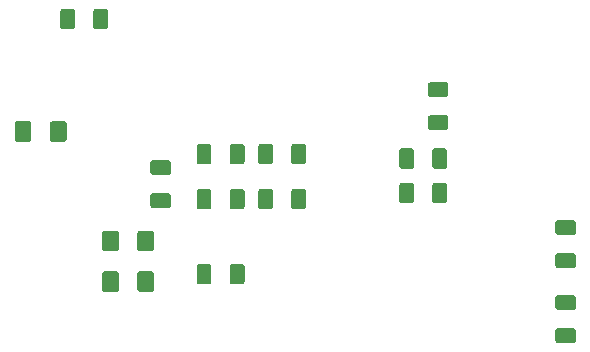
<source format=gbr>
G04 #@! TF.GenerationSoftware,KiCad,Pcbnew,5.1.4-e60b266~84~ubuntu18.04.1*
G04 #@! TF.CreationDate,2019-10-02T13:36:21-06:00*
G04 #@! TF.ProjectId,Star Tracker,53746172-2054-4726-9163-6b65722e6b69,rev?*
G04 #@! TF.SameCoordinates,Original*
G04 #@! TF.FileFunction,Paste,Bot*
G04 #@! TF.FilePolarity,Positive*
%FSLAX46Y46*%
G04 Gerber Fmt 4.6, Leading zero omitted, Abs format (unit mm)*
G04 Created by KiCad (PCBNEW 5.1.4-e60b266~84~ubuntu18.04.1) date 2019-10-02 13:36:21*
%MOMM*%
%LPD*%
G04 APERTURE LIST*
%ADD10C,0.100000*%
%ADD11C,1.250000*%
%ADD12C,1.425000*%
G04 APERTURE END LIST*
D10*
G36*
X143401504Y-77358204D02*
G01*
X143425773Y-77361804D01*
X143449571Y-77367765D01*
X143472671Y-77376030D01*
X143494849Y-77386520D01*
X143515893Y-77399133D01*
X143535598Y-77413747D01*
X143553777Y-77430223D01*
X143570253Y-77448402D01*
X143584867Y-77468107D01*
X143597480Y-77489151D01*
X143607970Y-77511329D01*
X143616235Y-77534429D01*
X143622196Y-77558227D01*
X143625796Y-77582496D01*
X143627000Y-77607000D01*
X143627000Y-78857000D01*
X143625796Y-78881504D01*
X143622196Y-78905773D01*
X143616235Y-78929571D01*
X143607970Y-78952671D01*
X143597480Y-78974849D01*
X143584867Y-78995893D01*
X143570253Y-79015598D01*
X143553777Y-79033777D01*
X143535598Y-79050253D01*
X143515893Y-79064867D01*
X143494849Y-79077480D01*
X143472671Y-79087970D01*
X143449571Y-79096235D01*
X143425773Y-79102196D01*
X143401504Y-79105796D01*
X143377000Y-79107000D01*
X142627000Y-79107000D01*
X142602496Y-79105796D01*
X142578227Y-79102196D01*
X142554429Y-79096235D01*
X142531329Y-79087970D01*
X142509151Y-79077480D01*
X142488107Y-79064867D01*
X142468402Y-79050253D01*
X142450223Y-79033777D01*
X142433747Y-79015598D01*
X142419133Y-78995893D01*
X142406520Y-78974849D01*
X142396030Y-78952671D01*
X142387765Y-78929571D01*
X142381804Y-78905773D01*
X142378204Y-78881504D01*
X142377000Y-78857000D01*
X142377000Y-77607000D01*
X142378204Y-77582496D01*
X142381804Y-77558227D01*
X142387765Y-77534429D01*
X142396030Y-77511329D01*
X142406520Y-77489151D01*
X142419133Y-77468107D01*
X142433747Y-77448402D01*
X142450223Y-77430223D01*
X142468402Y-77413747D01*
X142488107Y-77399133D01*
X142509151Y-77386520D01*
X142531329Y-77376030D01*
X142554429Y-77367765D01*
X142578227Y-77361804D01*
X142602496Y-77358204D01*
X142627000Y-77357000D01*
X143377000Y-77357000D01*
X143401504Y-77358204D01*
X143401504Y-77358204D01*
G37*
D11*
X143002000Y-78232000D03*
D10*
G36*
X140601504Y-77358204D02*
G01*
X140625773Y-77361804D01*
X140649571Y-77367765D01*
X140672671Y-77376030D01*
X140694849Y-77386520D01*
X140715893Y-77399133D01*
X140735598Y-77413747D01*
X140753777Y-77430223D01*
X140770253Y-77448402D01*
X140784867Y-77468107D01*
X140797480Y-77489151D01*
X140807970Y-77511329D01*
X140816235Y-77534429D01*
X140822196Y-77558227D01*
X140825796Y-77582496D01*
X140827000Y-77607000D01*
X140827000Y-78857000D01*
X140825796Y-78881504D01*
X140822196Y-78905773D01*
X140816235Y-78929571D01*
X140807970Y-78952671D01*
X140797480Y-78974849D01*
X140784867Y-78995893D01*
X140770253Y-79015598D01*
X140753777Y-79033777D01*
X140735598Y-79050253D01*
X140715893Y-79064867D01*
X140694849Y-79077480D01*
X140672671Y-79087970D01*
X140649571Y-79096235D01*
X140625773Y-79102196D01*
X140601504Y-79105796D01*
X140577000Y-79107000D01*
X139827000Y-79107000D01*
X139802496Y-79105796D01*
X139778227Y-79102196D01*
X139754429Y-79096235D01*
X139731329Y-79087970D01*
X139709151Y-79077480D01*
X139688107Y-79064867D01*
X139668402Y-79050253D01*
X139650223Y-79033777D01*
X139633747Y-79015598D01*
X139619133Y-78995893D01*
X139606520Y-78974849D01*
X139596030Y-78952671D01*
X139587765Y-78929571D01*
X139581804Y-78905773D01*
X139578204Y-78881504D01*
X139577000Y-78857000D01*
X139577000Y-77607000D01*
X139578204Y-77582496D01*
X139581804Y-77558227D01*
X139587765Y-77534429D01*
X139596030Y-77511329D01*
X139606520Y-77489151D01*
X139619133Y-77468107D01*
X139633747Y-77448402D01*
X139650223Y-77430223D01*
X139668402Y-77413747D01*
X139688107Y-77399133D01*
X139709151Y-77386520D01*
X139731329Y-77376030D01*
X139754429Y-77367765D01*
X139778227Y-77361804D01*
X139802496Y-77358204D01*
X139827000Y-77357000D01*
X140577000Y-77357000D01*
X140601504Y-77358204D01*
X140601504Y-77358204D01*
G37*
D11*
X140202000Y-78232000D03*
D10*
G36*
X128669504Y-77866204D02*
G01*
X128693773Y-77869804D01*
X128717571Y-77875765D01*
X128740671Y-77884030D01*
X128762849Y-77894520D01*
X128783893Y-77907133D01*
X128803598Y-77921747D01*
X128821777Y-77938223D01*
X128838253Y-77956402D01*
X128852867Y-77976107D01*
X128865480Y-77997151D01*
X128875970Y-78019329D01*
X128884235Y-78042429D01*
X128890196Y-78066227D01*
X128893796Y-78090496D01*
X128895000Y-78115000D01*
X128895000Y-79365000D01*
X128893796Y-79389504D01*
X128890196Y-79413773D01*
X128884235Y-79437571D01*
X128875970Y-79460671D01*
X128865480Y-79482849D01*
X128852867Y-79503893D01*
X128838253Y-79523598D01*
X128821777Y-79541777D01*
X128803598Y-79558253D01*
X128783893Y-79572867D01*
X128762849Y-79585480D01*
X128740671Y-79595970D01*
X128717571Y-79604235D01*
X128693773Y-79610196D01*
X128669504Y-79613796D01*
X128645000Y-79615000D01*
X127895000Y-79615000D01*
X127870496Y-79613796D01*
X127846227Y-79610196D01*
X127822429Y-79604235D01*
X127799329Y-79595970D01*
X127777151Y-79585480D01*
X127756107Y-79572867D01*
X127736402Y-79558253D01*
X127718223Y-79541777D01*
X127701747Y-79523598D01*
X127687133Y-79503893D01*
X127674520Y-79482849D01*
X127664030Y-79460671D01*
X127655765Y-79437571D01*
X127649804Y-79413773D01*
X127646204Y-79389504D01*
X127645000Y-79365000D01*
X127645000Y-78115000D01*
X127646204Y-78090496D01*
X127649804Y-78066227D01*
X127655765Y-78042429D01*
X127664030Y-78019329D01*
X127674520Y-77997151D01*
X127687133Y-77976107D01*
X127701747Y-77956402D01*
X127718223Y-77938223D01*
X127736402Y-77921747D01*
X127756107Y-77907133D01*
X127777151Y-77894520D01*
X127799329Y-77884030D01*
X127822429Y-77875765D01*
X127846227Y-77869804D01*
X127870496Y-77866204D01*
X127895000Y-77865000D01*
X128645000Y-77865000D01*
X128669504Y-77866204D01*
X128669504Y-77866204D01*
G37*
D11*
X128270000Y-78740000D03*
D10*
G36*
X131469504Y-77866204D02*
G01*
X131493773Y-77869804D01*
X131517571Y-77875765D01*
X131540671Y-77884030D01*
X131562849Y-77894520D01*
X131583893Y-77907133D01*
X131603598Y-77921747D01*
X131621777Y-77938223D01*
X131638253Y-77956402D01*
X131652867Y-77976107D01*
X131665480Y-77997151D01*
X131675970Y-78019329D01*
X131684235Y-78042429D01*
X131690196Y-78066227D01*
X131693796Y-78090496D01*
X131695000Y-78115000D01*
X131695000Y-79365000D01*
X131693796Y-79389504D01*
X131690196Y-79413773D01*
X131684235Y-79437571D01*
X131675970Y-79460671D01*
X131665480Y-79482849D01*
X131652867Y-79503893D01*
X131638253Y-79523598D01*
X131621777Y-79541777D01*
X131603598Y-79558253D01*
X131583893Y-79572867D01*
X131562849Y-79585480D01*
X131540671Y-79595970D01*
X131517571Y-79604235D01*
X131493773Y-79610196D01*
X131469504Y-79613796D01*
X131445000Y-79615000D01*
X130695000Y-79615000D01*
X130670496Y-79613796D01*
X130646227Y-79610196D01*
X130622429Y-79604235D01*
X130599329Y-79595970D01*
X130577151Y-79585480D01*
X130556107Y-79572867D01*
X130536402Y-79558253D01*
X130518223Y-79541777D01*
X130501747Y-79523598D01*
X130487133Y-79503893D01*
X130474520Y-79482849D01*
X130464030Y-79460671D01*
X130455765Y-79437571D01*
X130449804Y-79413773D01*
X130446204Y-79389504D01*
X130445000Y-79365000D01*
X130445000Y-78115000D01*
X130446204Y-78090496D01*
X130449804Y-78066227D01*
X130455765Y-78042429D01*
X130464030Y-78019329D01*
X130474520Y-77997151D01*
X130487133Y-77976107D01*
X130501747Y-77956402D01*
X130518223Y-77938223D01*
X130536402Y-77921747D01*
X130556107Y-77907133D01*
X130577151Y-77894520D01*
X130599329Y-77884030D01*
X130622429Y-77875765D01*
X130646227Y-77869804D01*
X130670496Y-77866204D01*
X130695000Y-77865000D01*
X131445000Y-77865000D01*
X131469504Y-77866204D01*
X131469504Y-77866204D01*
G37*
D11*
X131070000Y-78740000D03*
D10*
G36*
X123459504Y-77866204D02*
G01*
X123483773Y-77869804D01*
X123507571Y-77875765D01*
X123530671Y-77884030D01*
X123552849Y-77894520D01*
X123573893Y-77907133D01*
X123593598Y-77921747D01*
X123611777Y-77938223D01*
X123628253Y-77956402D01*
X123642867Y-77976107D01*
X123655480Y-77997151D01*
X123665970Y-78019329D01*
X123674235Y-78042429D01*
X123680196Y-78066227D01*
X123683796Y-78090496D01*
X123685000Y-78115000D01*
X123685000Y-79365000D01*
X123683796Y-79389504D01*
X123680196Y-79413773D01*
X123674235Y-79437571D01*
X123665970Y-79460671D01*
X123655480Y-79482849D01*
X123642867Y-79503893D01*
X123628253Y-79523598D01*
X123611777Y-79541777D01*
X123593598Y-79558253D01*
X123573893Y-79572867D01*
X123552849Y-79585480D01*
X123530671Y-79595970D01*
X123507571Y-79604235D01*
X123483773Y-79610196D01*
X123459504Y-79613796D01*
X123435000Y-79615000D01*
X122685000Y-79615000D01*
X122660496Y-79613796D01*
X122636227Y-79610196D01*
X122612429Y-79604235D01*
X122589329Y-79595970D01*
X122567151Y-79585480D01*
X122546107Y-79572867D01*
X122526402Y-79558253D01*
X122508223Y-79541777D01*
X122491747Y-79523598D01*
X122477133Y-79503893D01*
X122464520Y-79482849D01*
X122454030Y-79460671D01*
X122445765Y-79437571D01*
X122439804Y-79413773D01*
X122436204Y-79389504D01*
X122435000Y-79365000D01*
X122435000Y-78115000D01*
X122436204Y-78090496D01*
X122439804Y-78066227D01*
X122445765Y-78042429D01*
X122454030Y-78019329D01*
X122464520Y-77997151D01*
X122477133Y-77976107D01*
X122491747Y-77956402D01*
X122508223Y-77938223D01*
X122526402Y-77921747D01*
X122546107Y-77907133D01*
X122567151Y-77894520D01*
X122589329Y-77884030D01*
X122612429Y-77875765D01*
X122636227Y-77869804D01*
X122660496Y-77866204D01*
X122685000Y-77865000D01*
X123435000Y-77865000D01*
X123459504Y-77866204D01*
X123459504Y-77866204D01*
G37*
D11*
X123060000Y-78740000D03*
D10*
G36*
X126259504Y-77866204D02*
G01*
X126283773Y-77869804D01*
X126307571Y-77875765D01*
X126330671Y-77884030D01*
X126352849Y-77894520D01*
X126373893Y-77907133D01*
X126393598Y-77921747D01*
X126411777Y-77938223D01*
X126428253Y-77956402D01*
X126442867Y-77976107D01*
X126455480Y-77997151D01*
X126465970Y-78019329D01*
X126474235Y-78042429D01*
X126480196Y-78066227D01*
X126483796Y-78090496D01*
X126485000Y-78115000D01*
X126485000Y-79365000D01*
X126483796Y-79389504D01*
X126480196Y-79413773D01*
X126474235Y-79437571D01*
X126465970Y-79460671D01*
X126455480Y-79482849D01*
X126442867Y-79503893D01*
X126428253Y-79523598D01*
X126411777Y-79541777D01*
X126393598Y-79558253D01*
X126373893Y-79572867D01*
X126352849Y-79585480D01*
X126330671Y-79595970D01*
X126307571Y-79604235D01*
X126283773Y-79610196D01*
X126259504Y-79613796D01*
X126235000Y-79615000D01*
X125485000Y-79615000D01*
X125460496Y-79613796D01*
X125436227Y-79610196D01*
X125412429Y-79604235D01*
X125389329Y-79595970D01*
X125367151Y-79585480D01*
X125346107Y-79572867D01*
X125326402Y-79558253D01*
X125308223Y-79541777D01*
X125291747Y-79523598D01*
X125277133Y-79503893D01*
X125264520Y-79482849D01*
X125254030Y-79460671D01*
X125245765Y-79437571D01*
X125239804Y-79413773D01*
X125236204Y-79389504D01*
X125235000Y-79365000D01*
X125235000Y-78115000D01*
X125236204Y-78090496D01*
X125239804Y-78066227D01*
X125245765Y-78042429D01*
X125254030Y-78019329D01*
X125264520Y-77997151D01*
X125277133Y-77976107D01*
X125291747Y-77956402D01*
X125308223Y-77938223D01*
X125326402Y-77921747D01*
X125346107Y-77907133D01*
X125367151Y-77894520D01*
X125389329Y-77884030D01*
X125412429Y-77875765D01*
X125436227Y-77869804D01*
X125460496Y-77866204D01*
X125485000Y-77865000D01*
X126235000Y-77865000D01*
X126259504Y-77866204D01*
X126259504Y-77866204D01*
G37*
D11*
X125860000Y-78740000D03*
D10*
G36*
X123459504Y-84216204D02*
G01*
X123483773Y-84219804D01*
X123507571Y-84225765D01*
X123530671Y-84234030D01*
X123552849Y-84244520D01*
X123573893Y-84257133D01*
X123593598Y-84271747D01*
X123611777Y-84288223D01*
X123628253Y-84306402D01*
X123642867Y-84326107D01*
X123655480Y-84347151D01*
X123665970Y-84369329D01*
X123674235Y-84392429D01*
X123680196Y-84416227D01*
X123683796Y-84440496D01*
X123685000Y-84465000D01*
X123685000Y-85715000D01*
X123683796Y-85739504D01*
X123680196Y-85763773D01*
X123674235Y-85787571D01*
X123665970Y-85810671D01*
X123655480Y-85832849D01*
X123642867Y-85853893D01*
X123628253Y-85873598D01*
X123611777Y-85891777D01*
X123593598Y-85908253D01*
X123573893Y-85922867D01*
X123552849Y-85935480D01*
X123530671Y-85945970D01*
X123507571Y-85954235D01*
X123483773Y-85960196D01*
X123459504Y-85963796D01*
X123435000Y-85965000D01*
X122685000Y-85965000D01*
X122660496Y-85963796D01*
X122636227Y-85960196D01*
X122612429Y-85954235D01*
X122589329Y-85945970D01*
X122567151Y-85935480D01*
X122546107Y-85922867D01*
X122526402Y-85908253D01*
X122508223Y-85891777D01*
X122491747Y-85873598D01*
X122477133Y-85853893D01*
X122464520Y-85832849D01*
X122454030Y-85810671D01*
X122445765Y-85787571D01*
X122439804Y-85763773D01*
X122436204Y-85739504D01*
X122435000Y-85715000D01*
X122435000Y-84465000D01*
X122436204Y-84440496D01*
X122439804Y-84416227D01*
X122445765Y-84392429D01*
X122454030Y-84369329D01*
X122464520Y-84347151D01*
X122477133Y-84326107D01*
X122491747Y-84306402D01*
X122508223Y-84288223D01*
X122526402Y-84271747D01*
X122546107Y-84257133D01*
X122567151Y-84244520D01*
X122589329Y-84234030D01*
X122612429Y-84225765D01*
X122636227Y-84219804D01*
X122660496Y-84216204D01*
X122685000Y-84215000D01*
X123435000Y-84215000D01*
X123459504Y-84216204D01*
X123459504Y-84216204D01*
G37*
D11*
X123060000Y-85090000D03*
D10*
G36*
X126259504Y-84216204D02*
G01*
X126283773Y-84219804D01*
X126307571Y-84225765D01*
X126330671Y-84234030D01*
X126352849Y-84244520D01*
X126373893Y-84257133D01*
X126393598Y-84271747D01*
X126411777Y-84288223D01*
X126428253Y-84306402D01*
X126442867Y-84326107D01*
X126455480Y-84347151D01*
X126465970Y-84369329D01*
X126474235Y-84392429D01*
X126480196Y-84416227D01*
X126483796Y-84440496D01*
X126485000Y-84465000D01*
X126485000Y-85715000D01*
X126483796Y-85739504D01*
X126480196Y-85763773D01*
X126474235Y-85787571D01*
X126465970Y-85810671D01*
X126455480Y-85832849D01*
X126442867Y-85853893D01*
X126428253Y-85873598D01*
X126411777Y-85891777D01*
X126393598Y-85908253D01*
X126373893Y-85922867D01*
X126352849Y-85935480D01*
X126330671Y-85945970D01*
X126307571Y-85954235D01*
X126283773Y-85960196D01*
X126259504Y-85963796D01*
X126235000Y-85965000D01*
X125485000Y-85965000D01*
X125460496Y-85963796D01*
X125436227Y-85960196D01*
X125412429Y-85954235D01*
X125389329Y-85945970D01*
X125367151Y-85935480D01*
X125346107Y-85922867D01*
X125326402Y-85908253D01*
X125308223Y-85891777D01*
X125291747Y-85873598D01*
X125277133Y-85853893D01*
X125264520Y-85832849D01*
X125254030Y-85810671D01*
X125245765Y-85787571D01*
X125239804Y-85763773D01*
X125236204Y-85739504D01*
X125235000Y-85715000D01*
X125235000Y-84465000D01*
X125236204Y-84440496D01*
X125239804Y-84416227D01*
X125245765Y-84392429D01*
X125254030Y-84369329D01*
X125264520Y-84347151D01*
X125277133Y-84326107D01*
X125291747Y-84306402D01*
X125308223Y-84288223D01*
X125326402Y-84271747D01*
X125346107Y-84257133D01*
X125367151Y-84244520D01*
X125389329Y-84234030D01*
X125412429Y-84225765D01*
X125436227Y-84219804D01*
X125460496Y-84216204D01*
X125485000Y-84215000D01*
X126235000Y-84215000D01*
X126259504Y-84216204D01*
X126259504Y-84216204D01*
G37*
D11*
X125860000Y-85090000D03*
D10*
G36*
X123459504Y-74056204D02*
G01*
X123483773Y-74059804D01*
X123507571Y-74065765D01*
X123530671Y-74074030D01*
X123552849Y-74084520D01*
X123573893Y-74097133D01*
X123593598Y-74111747D01*
X123611777Y-74128223D01*
X123628253Y-74146402D01*
X123642867Y-74166107D01*
X123655480Y-74187151D01*
X123665970Y-74209329D01*
X123674235Y-74232429D01*
X123680196Y-74256227D01*
X123683796Y-74280496D01*
X123685000Y-74305000D01*
X123685000Y-75555000D01*
X123683796Y-75579504D01*
X123680196Y-75603773D01*
X123674235Y-75627571D01*
X123665970Y-75650671D01*
X123655480Y-75672849D01*
X123642867Y-75693893D01*
X123628253Y-75713598D01*
X123611777Y-75731777D01*
X123593598Y-75748253D01*
X123573893Y-75762867D01*
X123552849Y-75775480D01*
X123530671Y-75785970D01*
X123507571Y-75794235D01*
X123483773Y-75800196D01*
X123459504Y-75803796D01*
X123435000Y-75805000D01*
X122685000Y-75805000D01*
X122660496Y-75803796D01*
X122636227Y-75800196D01*
X122612429Y-75794235D01*
X122589329Y-75785970D01*
X122567151Y-75775480D01*
X122546107Y-75762867D01*
X122526402Y-75748253D01*
X122508223Y-75731777D01*
X122491747Y-75713598D01*
X122477133Y-75693893D01*
X122464520Y-75672849D01*
X122454030Y-75650671D01*
X122445765Y-75627571D01*
X122439804Y-75603773D01*
X122436204Y-75579504D01*
X122435000Y-75555000D01*
X122435000Y-74305000D01*
X122436204Y-74280496D01*
X122439804Y-74256227D01*
X122445765Y-74232429D01*
X122454030Y-74209329D01*
X122464520Y-74187151D01*
X122477133Y-74166107D01*
X122491747Y-74146402D01*
X122508223Y-74128223D01*
X122526402Y-74111747D01*
X122546107Y-74097133D01*
X122567151Y-74084520D01*
X122589329Y-74074030D01*
X122612429Y-74065765D01*
X122636227Y-74059804D01*
X122660496Y-74056204D01*
X122685000Y-74055000D01*
X123435000Y-74055000D01*
X123459504Y-74056204D01*
X123459504Y-74056204D01*
G37*
D11*
X123060000Y-74930000D03*
D10*
G36*
X126259504Y-74056204D02*
G01*
X126283773Y-74059804D01*
X126307571Y-74065765D01*
X126330671Y-74074030D01*
X126352849Y-74084520D01*
X126373893Y-74097133D01*
X126393598Y-74111747D01*
X126411777Y-74128223D01*
X126428253Y-74146402D01*
X126442867Y-74166107D01*
X126455480Y-74187151D01*
X126465970Y-74209329D01*
X126474235Y-74232429D01*
X126480196Y-74256227D01*
X126483796Y-74280496D01*
X126485000Y-74305000D01*
X126485000Y-75555000D01*
X126483796Y-75579504D01*
X126480196Y-75603773D01*
X126474235Y-75627571D01*
X126465970Y-75650671D01*
X126455480Y-75672849D01*
X126442867Y-75693893D01*
X126428253Y-75713598D01*
X126411777Y-75731777D01*
X126393598Y-75748253D01*
X126373893Y-75762867D01*
X126352849Y-75775480D01*
X126330671Y-75785970D01*
X126307571Y-75794235D01*
X126283773Y-75800196D01*
X126259504Y-75803796D01*
X126235000Y-75805000D01*
X125485000Y-75805000D01*
X125460496Y-75803796D01*
X125436227Y-75800196D01*
X125412429Y-75794235D01*
X125389329Y-75785970D01*
X125367151Y-75775480D01*
X125346107Y-75762867D01*
X125326402Y-75748253D01*
X125308223Y-75731777D01*
X125291747Y-75713598D01*
X125277133Y-75693893D01*
X125264520Y-75672849D01*
X125254030Y-75650671D01*
X125245765Y-75627571D01*
X125239804Y-75603773D01*
X125236204Y-75579504D01*
X125235000Y-75555000D01*
X125235000Y-74305000D01*
X125236204Y-74280496D01*
X125239804Y-74256227D01*
X125245765Y-74232429D01*
X125254030Y-74209329D01*
X125264520Y-74187151D01*
X125277133Y-74166107D01*
X125291747Y-74146402D01*
X125308223Y-74128223D01*
X125326402Y-74111747D01*
X125346107Y-74097133D01*
X125367151Y-74084520D01*
X125389329Y-74074030D01*
X125412429Y-74065765D01*
X125436227Y-74059804D01*
X125460496Y-74056204D01*
X125485000Y-74055000D01*
X126235000Y-74055000D01*
X126259504Y-74056204D01*
X126259504Y-74056204D01*
G37*
D11*
X125860000Y-74930000D03*
D10*
G36*
X128669504Y-74056204D02*
G01*
X128693773Y-74059804D01*
X128717571Y-74065765D01*
X128740671Y-74074030D01*
X128762849Y-74084520D01*
X128783893Y-74097133D01*
X128803598Y-74111747D01*
X128821777Y-74128223D01*
X128838253Y-74146402D01*
X128852867Y-74166107D01*
X128865480Y-74187151D01*
X128875970Y-74209329D01*
X128884235Y-74232429D01*
X128890196Y-74256227D01*
X128893796Y-74280496D01*
X128895000Y-74305000D01*
X128895000Y-75555000D01*
X128893796Y-75579504D01*
X128890196Y-75603773D01*
X128884235Y-75627571D01*
X128875970Y-75650671D01*
X128865480Y-75672849D01*
X128852867Y-75693893D01*
X128838253Y-75713598D01*
X128821777Y-75731777D01*
X128803598Y-75748253D01*
X128783893Y-75762867D01*
X128762849Y-75775480D01*
X128740671Y-75785970D01*
X128717571Y-75794235D01*
X128693773Y-75800196D01*
X128669504Y-75803796D01*
X128645000Y-75805000D01*
X127895000Y-75805000D01*
X127870496Y-75803796D01*
X127846227Y-75800196D01*
X127822429Y-75794235D01*
X127799329Y-75785970D01*
X127777151Y-75775480D01*
X127756107Y-75762867D01*
X127736402Y-75748253D01*
X127718223Y-75731777D01*
X127701747Y-75713598D01*
X127687133Y-75693893D01*
X127674520Y-75672849D01*
X127664030Y-75650671D01*
X127655765Y-75627571D01*
X127649804Y-75603773D01*
X127646204Y-75579504D01*
X127645000Y-75555000D01*
X127645000Y-74305000D01*
X127646204Y-74280496D01*
X127649804Y-74256227D01*
X127655765Y-74232429D01*
X127664030Y-74209329D01*
X127674520Y-74187151D01*
X127687133Y-74166107D01*
X127701747Y-74146402D01*
X127718223Y-74128223D01*
X127736402Y-74111747D01*
X127756107Y-74097133D01*
X127777151Y-74084520D01*
X127799329Y-74074030D01*
X127822429Y-74065765D01*
X127846227Y-74059804D01*
X127870496Y-74056204D01*
X127895000Y-74055000D01*
X128645000Y-74055000D01*
X128669504Y-74056204D01*
X128669504Y-74056204D01*
G37*
D11*
X128270000Y-74930000D03*
D10*
G36*
X131469504Y-74056204D02*
G01*
X131493773Y-74059804D01*
X131517571Y-74065765D01*
X131540671Y-74074030D01*
X131562849Y-74084520D01*
X131583893Y-74097133D01*
X131603598Y-74111747D01*
X131621777Y-74128223D01*
X131638253Y-74146402D01*
X131652867Y-74166107D01*
X131665480Y-74187151D01*
X131675970Y-74209329D01*
X131684235Y-74232429D01*
X131690196Y-74256227D01*
X131693796Y-74280496D01*
X131695000Y-74305000D01*
X131695000Y-75555000D01*
X131693796Y-75579504D01*
X131690196Y-75603773D01*
X131684235Y-75627571D01*
X131675970Y-75650671D01*
X131665480Y-75672849D01*
X131652867Y-75693893D01*
X131638253Y-75713598D01*
X131621777Y-75731777D01*
X131603598Y-75748253D01*
X131583893Y-75762867D01*
X131562849Y-75775480D01*
X131540671Y-75785970D01*
X131517571Y-75794235D01*
X131493773Y-75800196D01*
X131469504Y-75803796D01*
X131445000Y-75805000D01*
X130695000Y-75805000D01*
X130670496Y-75803796D01*
X130646227Y-75800196D01*
X130622429Y-75794235D01*
X130599329Y-75785970D01*
X130577151Y-75775480D01*
X130556107Y-75762867D01*
X130536402Y-75748253D01*
X130518223Y-75731777D01*
X130501747Y-75713598D01*
X130487133Y-75693893D01*
X130474520Y-75672849D01*
X130464030Y-75650671D01*
X130455765Y-75627571D01*
X130449804Y-75603773D01*
X130446204Y-75579504D01*
X130445000Y-75555000D01*
X130445000Y-74305000D01*
X130446204Y-74280496D01*
X130449804Y-74256227D01*
X130455765Y-74232429D01*
X130464030Y-74209329D01*
X130474520Y-74187151D01*
X130487133Y-74166107D01*
X130501747Y-74146402D01*
X130518223Y-74128223D01*
X130536402Y-74111747D01*
X130556107Y-74097133D01*
X130577151Y-74084520D01*
X130599329Y-74074030D01*
X130622429Y-74065765D01*
X130646227Y-74059804D01*
X130670496Y-74056204D01*
X130695000Y-74055000D01*
X131445000Y-74055000D01*
X131469504Y-74056204D01*
X131469504Y-74056204D01*
G37*
D11*
X131070000Y-74930000D03*
D10*
G36*
X143524504Y-68842204D02*
G01*
X143548773Y-68845804D01*
X143572571Y-68851765D01*
X143595671Y-68860030D01*
X143617849Y-68870520D01*
X143638893Y-68883133D01*
X143658598Y-68897747D01*
X143676777Y-68914223D01*
X143693253Y-68932402D01*
X143707867Y-68952107D01*
X143720480Y-68973151D01*
X143730970Y-68995329D01*
X143739235Y-69018429D01*
X143745196Y-69042227D01*
X143748796Y-69066496D01*
X143750000Y-69091000D01*
X143750000Y-69841000D01*
X143748796Y-69865504D01*
X143745196Y-69889773D01*
X143739235Y-69913571D01*
X143730970Y-69936671D01*
X143720480Y-69958849D01*
X143707867Y-69979893D01*
X143693253Y-69999598D01*
X143676777Y-70017777D01*
X143658598Y-70034253D01*
X143638893Y-70048867D01*
X143617849Y-70061480D01*
X143595671Y-70071970D01*
X143572571Y-70080235D01*
X143548773Y-70086196D01*
X143524504Y-70089796D01*
X143500000Y-70091000D01*
X142250000Y-70091000D01*
X142225496Y-70089796D01*
X142201227Y-70086196D01*
X142177429Y-70080235D01*
X142154329Y-70071970D01*
X142132151Y-70061480D01*
X142111107Y-70048867D01*
X142091402Y-70034253D01*
X142073223Y-70017777D01*
X142056747Y-69999598D01*
X142042133Y-69979893D01*
X142029520Y-69958849D01*
X142019030Y-69936671D01*
X142010765Y-69913571D01*
X142004804Y-69889773D01*
X142001204Y-69865504D01*
X142000000Y-69841000D01*
X142000000Y-69091000D01*
X142001204Y-69066496D01*
X142004804Y-69042227D01*
X142010765Y-69018429D01*
X142019030Y-68995329D01*
X142029520Y-68973151D01*
X142042133Y-68952107D01*
X142056747Y-68932402D01*
X142073223Y-68914223D01*
X142091402Y-68897747D01*
X142111107Y-68883133D01*
X142132151Y-68870520D01*
X142154329Y-68860030D01*
X142177429Y-68851765D01*
X142201227Y-68845804D01*
X142225496Y-68842204D01*
X142250000Y-68841000D01*
X143500000Y-68841000D01*
X143524504Y-68842204D01*
X143524504Y-68842204D01*
G37*
D11*
X142875000Y-69466000D03*
D10*
G36*
X143524504Y-71642204D02*
G01*
X143548773Y-71645804D01*
X143572571Y-71651765D01*
X143595671Y-71660030D01*
X143617849Y-71670520D01*
X143638893Y-71683133D01*
X143658598Y-71697747D01*
X143676777Y-71714223D01*
X143693253Y-71732402D01*
X143707867Y-71752107D01*
X143720480Y-71773151D01*
X143730970Y-71795329D01*
X143739235Y-71818429D01*
X143745196Y-71842227D01*
X143748796Y-71866496D01*
X143750000Y-71891000D01*
X143750000Y-72641000D01*
X143748796Y-72665504D01*
X143745196Y-72689773D01*
X143739235Y-72713571D01*
X143730970Y-72736671D01*
X143720480Y-72758849D01*
X143707867Y-72779893D01*
X143693253Y-72799598D01*
X143676777Y-72817777D01*
X143658598Y-72834253D01*
X143638893Y-72848867D01*
X143617849Y-72861480D01*
X143595671Y-72871970D01*
X143572571Y-72880235D01*
X143548773Y-72886196D01*
X143524504Y-72889796D01*
X143500000Y-72891000D01*
X142250000Y-72891000D01*
X142225496Y-72889796D01*
X142201227Y-72886196D01*
X142177429Y-72880235D01*
X142154329Y-72871970D01*
X142132151Y-72861480D01*
X142111107Y-72848867D01*
X142091402Y-72834253D01*
X142073223Y-72817777D01*
X142056747Y-72799598D01*
X142042133Y-72779893D01*
X142029520Y-72758849D01*
X142019030Y-72736671D01*
X142010765Y-72713571D01*
X142004804Y-72689773D01*
X142001204Y-72665504D01*
X142000000Y-72641000D01*
X142000000Y-71891000D01*
X142001204Y-71866496D01*
X142004804Y-71842227D01*
X142010765Y-71818429D01*
X142019030Y-71795329D01*
X142029520Y-71773151D01*
X142042133Y-71752107D01*
X142056747Y-71732402D01*
X142073223Y-71714223D01*
X142091402Y-71697747D01*
X142111107Y-71683133D01*
X142132151Y-71670520D01*
X142154329Y-71660030D01*
X142177429Y-71651765D01*
X142201227Y-71645804D01*
X142225496Y-71642204D01*
X142250000Y-71641000D01*
X143500000Y-71641000D01*
X143524504Y-71642204D01*
X143524504Y-71642204D01*
G37*
D11*
X142875000Y-72266000D03*
D10*
G36*
X154319504Y-83326204D02*
G01*
X154343773Y-83329804D01*
X154367571Y-83335765D01*
X154390671Y-83344030D01*
X154412849Y-83354520D01*
X154433893Y-83367133D01*
X154453598Y-83381747D01*
X154471777Y-83398223D01*
X154488253Y-83416402D01*
X154502867Y-83436107D01*
X154515480Y-83457151D01*
X154525970Y-83479329D01*
X154534235Y-83502429D01*
X154540196Y-83526227D01*
X154543796Y-83550496D01*
X154545000Y-83575000D01*
X154545000Y-84325000D01*
X154543796Y-84349504D01*
X154540196Y-84373773D01*
X154534235Y-84397571D01*
X154525970Y-84420671D01*
X154515480Y-84442849D01*
X154502867Y-84463893D01*
X154488253Y-84483598D01*
X154471777Y-84501777D01*
X154453598Y-84518253D01*
X154433893Y-84532867D01*
X154412849Y-84545480D01*
X154390671Y-84555970D01*
X154367571Y-84564235D01*
X154343773Y-84570196D01*
X154319504Y-84573796D01*
X154295000Y-84575000D01*
X153045000Y-84575000D01*
X153020496Y-84573796D01*
X152996227Y-84570196D01*
X152972429Y-84564235D01*
X152949329Y-84555970D01*
X152927151Y-84545480D01*
X152906107Y-84532867D01*
X152886402Y-84518253D01*
X152868223Y-84501777D01*
X152851747Y-84483598D01*
X152837133Y-84463893D01*
X152824520Y-84442849D01*
X152814030Y-84420671D01*
X152805765Y-84397571D01*
X152799804Y-84373773D01*
X152796204Y-84349504D01*
X152795000Y-84325000D01*
X152795000Y-83575000D01*
X152796204Y-83550496D01*
X152799804Y-83526227D01*
X152805765Y-83502429D01*
X152814030Y-83479329D01*
X152824520Y-83457151D01*
X152837133Y-83436107D01*
X152851747Y-83416402D01*
X152868223Y-83398223D01*
X152886402Y-83381747D01*
X152906107Y-83367133D01*
X152927151Y-83354520D01*
X152949329Y-83344030D01*
X152972429Y-83335765D01*
X152996227Y-83329804D01*
X153020496Y-83326204D01*
X153045000Y-83325000D01*
X154295000Y-83325000D01*
X154319504Y-83326204D01*
X154319504Y-83326204D01*
G37*
D11*
X153670000Y-83950000D03*
D10*
G36*
X154319504Y-80526204D02*
G01*
X154343773Y-80529804D01*
X154367571Y-80535765D01*
X154390671Y-80544030D01*
X154412849Y-80554520D01*
X154433893Y-80567133D01*
X154453598Y-80581747D01*
X154471777Y-80598223D01*
X154488253Y-80616402D01*
X154502867Y-80636107D01*
X154515480Y-80657151D01*
X154525970Y-80679329D01*
X154534235Y-80702429D01*
X154540196Y-80726227D01*
X154543796Y-80750496D01*
X154545000Y-80775000D01*
X154545000Y-81525000D01*
X154543796Y-81549504D01*
X154540196Y-81573773D01*
X154534235Y-81597571D01*
X154525970Y-81620671D01*
X154515480Y-81642849D01*
X154502867Y-81663893D01*
X154488253Y-81683598D01*
X154471777Y-81701777D01*
X154453598Y-81718253D01*
X154433893Y-81732867D01*
X154412849Y-81745480D01*
X154390671Y-81755970D01*
X154367571Y-81764235D01*
X154343773Y-81770196D01*
X154319504Y-81773796D01*
X154295000Y-81775000D01*
X153045000Y-81775000D01*
X153020496Y-81773796D01*
X152996227Y-81770196D01*
X152972429Y-81764235D01*
X152949329Y-81755970D01*
X152927151Y-81745480D01*
X152906107Y-81732867D01*
X152886402Y-81718253D01*
X152868223Y-81701777D01*
X152851747Y-81683598D01*
X152837133Y-81663893D01*
X152824520Y-81642849D01*
X152814030Y-81620671D01*
X152805765Y-81597571D01*
X152799804Y-81573773D01*
X152796204Y-81549504D01*
X152795000Y-81525000D01*
X152795000Y-80775000D01*
X152796204Y-80750496D01*
X152799804Y-80726227D01*
X152805765Y-80702429D01*
X152814030Y-80679329D01*
X152824520Y-80657151D01*
X152837133Y-80636107D01*
X152851747Y-80616402D01*
X152868223Y-80598223D01*
X152886402Y-80581747D01*
X152906107Y-80567133D01*
X152927151Y-80554520D01*
X152949329Y-80544030D01*
X152972429Y-80535765D01*
X152996227Y-80529804D01*
X153020496Y-80526204D01*
X153045000Y-80525000D01*
X154295000Y-80525000D01*
X154319504Y-80526204D01*
X154319504Y-80526204D01*
G37*
D11*
X153670000Y-81150000D03*
D10*
G36*
X154319504Y-89676204D02*
G01*
X154343773Y-89679804D01*
X154367571Y-89685765D01*
X154390671Y-89694030D01*
X154412849Y-89704520D01*
X154433893Y-89717133D01*
X154453598Y-89731747D01*
X154471777Y-89748223D01*
X154488253Y-89766402D01*
X154502867Y-89786107D01*
X154515480Y-89807151D01*
X154525970Y-89829329D01*
X154534235Y-89852429D01*
X154540196Y-89876227D01*
X154543796Y-89900496D01*
X154545000Y-89925000D01*
X154545000Y-90675000D01*
X154543796Y-90699504D01*
X154540196Y-90723773D01*
X154534235Y-90747571D01*
X154525970Y-90770671D01*
X154515480Y-90792849D01*
X154502867Y-90813893D01*
X154488253Y-90833598D01*
X154471777Y-90851777D01*
X154453598Y-90868253D01*
X154433893Y-90882867D01*
X154412849Y-90895480D01*
X154390671Y-90905970D01*
X154367571Y-90914235D01*
X154343773Y-90920196D01*
X154319504Y-90923796D01*
X154295000Y-90925000D01*
X153045000Y-90925000D01*
X153020496Y-90923796D01*
X152996227Y-90920196D01*
X152972429Y-90914235D01*
X152949329Y-90905970D01*
X152927151Y-90895480D01*
X152906107Y-90882867D01*
X152886402Y-90868253D01*
X152868223Y-90851777D01*
X152851747Y-90833598D01*
X152837133Y-90813893D01*
X152824520Y-90792849D01*
X152814030Y-90770671D01*
X152805765Y-90747571D01*
X152799804Y-90723773D01*
X152796204Y-90699504D01*
X152795000Y-90675000D01*
X152795000Y-89925000D01*
X152796204Y-89900496D01*
X152799804Y-89876227D01*
X152805765Y-89852429D01*
X152814030Y-89829329D01*
X152824520Y-89807151D01*
X152837133Y-89786107D01*
X152851747Y-89766402D01*
X152868223Y-89748223D01*
X152886402Y-89731747D01*
X152906107Y-89717133D01*
X152927151Y-89704520D01*
X152949329Y-89694030D01*
X152972429Y-89685765D01*
X152996227Y-89679804D01*
X153020496Y-89676204D01*
X153045000Y-89675000D01*
X154295000Y-89675000D01*
X154319504Y-89676204D01*
X154319504Y-89676204D01*
G37*
D11*
X153670000Y-90300000D03*
D10*
G36*
X154319504Y-86876204D02*
G01*
X154343773Y-86879804D01*
X154367571Y-86885765D01*
X154390671Y-86894030D01*
X154412849Y-86904520D01*
X154433893Y-86917133D01*
X154453598Y-86931747D01*
X154471777Y-86948223D01*
X154488253Y-86966402D01*
X154502867Y-86986107D01*
X154515480Y-87007151D01*
X154525970Y-87029329D01*
X154534235Y-87052429D01*
X154540196Y-87076227D01*
X154543796Y-87100496D01*
X154545000Y-87125000D01*
X154545000Y-87875000D01*
X154543796Y-87899504D01*
X154540196Y-87923773D01*
X154534235Y-87947571D01*
X154525970Y-87970671D01*
X154515480Y-87992849D01*
X154502867Y-88013893D01*
X154488253Y-88033598D01*
X154471777Y-88051777D01*
X154453598Y-88068253D01*
X154433893Y-88082867D01*
X154412849Y-88095480D01*
X154390671Y-88105970D01*
X154367571Y-88114235D01*
X154343773Y-88120196D01*
X154319504Y-88123796D01*
X154295000Y-88125000D01*
X153045000Y-88125000D01*
X153020496Y-88123796D01*
X152996227Y-88120196D01*
X152972429Y-88114235D01*
X152949329Y-88105970D01*
X152927151Y-88095480D01*
X152906107Y-88082867D01*
X152886402Y-88068253D01*
X152868223Y-88051777D01*
X152851747Y-88033598D01*
X152837133Y-88013893D01*
X152824520Y-87992849D01*
X152814030Y-87970671D01*
X152805765Y-87947571D01*
X152799804Y-87923773D01*
X152796204Y-87899504D01*
X152795000Y-87875000D01*
X152795000Y-87125000D01*
X152796204Y-87100496D01*
X152799804Y-87076227D01*
X152805765Y-87052429D01*
X152814030Y-87029329D01*
X152824520Y-87007151D01*
X152837133Y-86986107D01*
X152851747Y-86966402D01*
X152868223Y-86948223D01*
X152886402Y-86931747D01*
X152906107Y-86917133D01*
X152927151Y-86904520D01*
X152949329Y-86894030D01*
X152972429Y-86885765D01*
X152996227Y-86879804D01*
X153020496Y-86876204D01*
X153045000Y-86875000D01*
X154295000Y-86875000D01*
X154319504Y-86876204D01*
X154319504Y-86876204D01*
G37*
D11*
X153670000Y-87500000D03*
D10*
G36*
X120029504Y-78246204D02*
G01*
X120053773Y-78249804D01*
X120077571Y-78255765D01*
X120100671Y-78264030D01*
X120122849Y-78274520D01*
X120143893Y-78287133D01*
X120163598Y-78301747D01*
X120181777Y-78318223D01*
X120198253Y-78336402D01*
X120212867Y-78356107D01*
X120225480Y-78377151D01*
X120235970Y-78399329D01*
X120244235Y-78422429D01*
X120250196Y-78446227D01*
X120253796Y-78470496D01*
X120255000Y-78495000D01*
X120255000Y-79245000D01*
X120253796Y-79269504D01*
X120250196Y-79293773D01*
X120244235Y-79317571D01*
X120235970Y-79340671D01*
X120225480Y-79362849D01*
X120212867Y-79383893D01*
X120198253Y-79403598D01*
X120181777Y-79421777D01*
X120163598Y-79438253D01*
X120143893Y-79452867D01*
X120122849Y-79465480D01*
X120100671Y-79475970D01*
X120077571Y-79484235D01*
X120053773Y-79490196D01*
X120029504Y-79493796D01*
X120005000Y-79495000D01*
X118755000Y-79495000D01*
X118730496Y-79493796D01*
X118706227Y-79490196D01*
X118682429Y-79484235D01*
X118659329Y-79475970D01*
X118637151Y-79465480D01*
X118616107Y-79452867D01*
X118596402Y-79438253D01*
X118578223Y-79421777D01*
X118561747Y-79403598D01*
X118547133Y-79383893D01*
X118534520Y-79362849D01*
X118524030Y-79340671D01*
X118515765Y-79317571D01*
X118509804Y-79293773D01*
X118506204Y-79269504D01*
X118505000Y-79245000D01*
X118505000Y-78495000D01*
X118506204Y-78470496D01*
X118509804Y-78446227D01*
X118515765Y-78422429D01*
X118524030Y-78399329D01*
X118534520Y-78377151D01*
X118547133Y-78356107D01*
X118561747Y-78336402D01*
X118578223Y-78318223D01*
X118596402Y-78301747D01*
X118616107Y-78287133D01*
X118637151Y-78274520D01*
X118659329Y-78264030D01*
X118682429Y-78255765D01*
X118706227Y-78249804D01*
X118730496Y-78246204D01*
X118755000Y-78245000D01*
X120005000Y-78245000D01*
X120029504Y-78246204D01*
X120029504Y-78246204D01*
G37*
D11*
X119380000Y-78870000D03*
D10*
G36*
X120029504Y-75446204D02*
G01*
X120053773Y-75449804D01*
X120077571Y-75455765D01*
X120100671Y-75464030D01*
X120122849Y-75474520D01*
X120143893Y-75487133D01*
X120163598Y-75501747D01*
X120181777Y-75518223D01*
X120198253Y-75536402D01*
X120212867Y-75556107D01*
X120225480Y-75577151D01*
X120235970Y-75599329D01*
X120244235Y-75622429D01*
X120250196Y-75646227D01*
X120253796Y-75670496D01*
X120255000Y-75695000D01*
X120255000Y-76445000D01*
X120253796Y-76469504D01*
X120250196Y-76493773D01*
X120244235Y-76517571D01*
X120235970Y-76540671D01*
X120225480Y-76562849D01*
X120212867Y-76583893D01*
X120198253Y-76603598D01*
X120181777Y-76621777D01*
X120163598Y-76638253D01*
X120143893Y-76652867D01*
X120122849Y-76665480D01*
X120100671Y-76675970D01*
X120077571Y-76684235D01*
X120053773Y-76690196D01*
X120029504Y-76693796D01*
X120005000Y-76695000D01*
X118755000Y-76695000D01*
X118730496Y-76693796D01*
X118706227Y-76690196D01*
X118682429Y-76684235D01*
X118659329Y-76675970D01*
X118637151Y-76665480D01*
X118616107Y-76652867D01*
X118596402Y-76638253D01*
X118578223Y-76621777D01*
X118561747Y-76603598D01*
X118547133Y-76583893D01*
X118534520Y-76562849D01*
X118524030Y-76540671D01*
X118515765Y-76517571D01*
X118509804Y-76493773D01*
X118506204Y-76469504D01*
X118505000Y-76445000D01*
X118505000Y-75695000D01*
X118506204Y-75670496D01*
X118509804Y-75646227D01*
X118515765Y-75622429D01*
X118524030Y-75599329D01*
X118534520Y-75577151D01*
X118547133Y-75556107D01*
X118561747Y-75536402D01*
X118578223Y-75518223D01*
X118596402Y-75501747D01*
X118616107Y-75487133D01*
X118637151Y-75474520D01*
X118659329Y-75464030D01*
X118682429Y-75455765D01*
X118706227Y-75449804D01*
X118730496Y-75446204D01*
X118755000Y-75445000D01*
X120005000Y-75445000D01*
X120029504Y-75446204D01*
X120029504Y-75446204D01*
G37*
D11*
X119380000Y-76070000D03*
D10*
G36*
X140604504Y-74437204D02*
G01*
X140628773Y-74440804D01*
X140652571Y-74446765D01*
X140675671Y-74455030D01*
X140697849Y-74465520D01*
X140718893Y-74478133D01*
X140738598Y-74492747D01*
X140756777Y-74509223D01*
X140773253Y-74527402D01*
X140787867Y-74547107D01*
X140800480Y-74568151D01*
X140810970Y-74590329D01*
X140819235Y-74613429D01*
X140825196Y-74637227D01*
X140828796Y-74661496D01*
X140830000Y-74686000D01*
X140830000Y-75936000D01*
X140828796Y-75960504D01*
X140825196Y-75984773D01*
X140819235Y-76008571D01*
X140810970Y-76031671D01*
X140800480Y-76053849D01*
X140787867Y-76074893D01*
X140773253Y-76094598D01*
X140756777Y-76112777D01*
X140738598Y-76129253D01*
X140718893Y-76143867D01*
X140697849Y-76156480D01*
X140675671Y-76166970D01*
X140652571Y-76175235D01*
X140628773Y-76181196D01*
X140604504Y-76184796D01*
X140580000Y-76186000D01*
X139830000Y-76186000D01*
X139805496Y-76184796D01*
X139781227Y-76181196D01*
X139757429Y-76175235D01*
X139734329Y-76166970D01*
X139712151Y-76156480D01*
X139691107Y-76143867D01*
X139671402Y-76129253D01*
X139653223Y-76112777D01*
X139636747Y-76094598D01*
X139622133Y-76074893D01*
X139609520Y-76053849D01*
X139599030Y-76031671D01*
X139590765Y-76008571D01*
X139584804Y-75984773D01*
X139581204Y-75960504D01*
X139580000Y-75936000D01*
X139580000Y-74686000D01*
X139581204Y-74661496D01*
X139584804Y-74637227D01*
X139590765Y-74613429D01*
X139599030Y-74590329D01*
X139609520Y-74568151D01*
X139622133Y-74547107D01*
X139636747Y-74527402D01*
X139653223Y-74509223D01*
X139671402Y-74492747D01*
X139691107Y-74478133D01*
X139712151Y-74465520D01*
X139734329Y-74455030D01*
X139757429Y-74446765D01*
X139781227Y-74440804D01*
X139805496Y-74437204D01*
X139830000Y-74436000D01*
X140580000Y-74436000D01*
X140604504Y-74437204D01*
X140604504Y-74437204D01*
G37*
D11*
X140205000Y-75311000D03*
D10*
G36*
X143404504Y-74437204D02*
G01*
X143428773Y-74440804D01*
X143452571Y-74446765D01*
X143475671Y-74455030D01*
X143497849Y-74465520D01*
X143518893Y-74478133D01*
X143538598Y-74492747D01*
X143556777Y-74509223D01*
X143573253Y-74527402D01*
X143587867Y-74547107D01*
X143600480Y-74568151D01*
X143610970Y-74590329D01*
X143619235Y-74613429D01*
X143625196Y-74637227D01*
X143628796Y-74661496D01*
X143630000Y-74686000D01*
X143630000Y-75936000D01*
X143628796Y-75960504D01*
X143625196Y-75984773D01*
X143619235Y-76008571D01*
X143610970Y-76031671D01*
X143600480Y-76053849D01*
X143587867Y-76074893D01*
X143573253Y-76094598D01*
X143556777Y-76112777D01*
X143538598Y-76129253D01*
X143518893Y-76143867D01*
X143497849Y-76156480D01*
X143475671Y-76166970D01*
X143452571Y-76175235D01*
X143428773Y-76181196D01*
X143404504Y-76184796D01*
X143380000Y-76186000D01*
X142630000Y-76186000D01*
X142605496Y-76184796D01*
X142581227Y-76181196D01*
X142557429Y-76175235D01*
X142534329Y-76166970D01*
X142512151Y-76156480D01*
X142491107Y-76143867D01*
X142471402Y-76129253D01*
X142453223Y-76112777D01*
X142436747Y-76094598D01*
X142422133Y-76074893D01*
X142409520Y-76053849D01*
X142399030Y-76031671D01*
X142390765Y-76008571D01*
X142384804Y-75984773D01*
X142381204Y-75960504D01*
X142380000Y-75936000D01*
X142380000Y-74686000D01*
X142381204Y-74661496D01*
X142384804Y-74637227D01*
X142390765Y-74613429D01*
X142399030Y-74590329D01*
X142409520Y-74568151D01*
X142422133Y-74547107D01*
X142436747Y-74527402D01*
X142453223Y-74509223D01*
X142471402Y-74492747D01*
X142491107Y-74478133D01*
X142512151Y-74465520D01*
X142534329Y-74455030D01*
X142557429Y-74446765D01*
X142581227Y-74440804D01*
X142605496Y-74437204D01*
X142630000Y-74436000D01*
X143380000Y-74436000D01*
X143404504Y-74437204D01*
X143404504Y-74437204D01*
G37*
D11*
X143005000Y-75311000D03*
D10*
G36*
X111899504Y-62626204D02*
G01*
X111923773Y-62629804D01*
X111947571Y-62635765D01*
X111970671Y-62644030D01*
X111992849Y-62654520D01*
X112013893Y-62667133D01*
X112033598Y-62681747D01*
X112051777Y-62698223D01*
X112068253Y-62716402D01*
X112082867Y-62736107D01*
X112095480Y-62757151D01*
X112105970Y-62779329D01*
X112114235Y-62802429D01*
X112120196Y-62826227D01*
X112123796Y-62850496D01*
X112125000Y-62875000D01*
X112125000Y-64125000D01*
X112123796Y-64149504D01*
X112120196Y-64173773D01*
X112114235Y-64197571D01*
X112105970Y-64220671D01*
X112095480Y-64242849D01*
X112082867Y-64263893D01*
X112068253Y-64283598D01*
X112051777Y-64301777D01*
X112033598Y-64318253D01*
X112013893Y-64332867D01*
X111992849Y-64345480D01*
X111970671Y-64355970D01*
X111947571Y-64364235D01*
X111923773Y-64370196D01*
X111899504Y-64373796D01*
X111875000Y-64375000D01*
X111125000Y-64375000D01*
X111100496Y-64373796D01*
X111076227Y-64370196D01*
X111052429Y-64364235D01*
X111029329Y-64355970D01*
X111007151Y-64345480D01*
X110986107Y-64332867D01*
X110966402Y-64318253D01*
X110948223Y-64301777D01*
X110931747Y-64283598D01*
X110917133Y-64263893D01*
X110904520Y-64242849D01*
X110894030Y-64220671D01*
X110885765Y-64197571D01*
X110879804Y-64173773D01*
X110876204Y-64149504D01*
X110875000Y-64125000D01*
X110875000Y-62875000D01*
X110876204Y-62850496D01*
X110879804Y-62826227D01*
X110885765Y-62802429D01*
X110894030Y-62779329D01*
X110904520Y-62757151D01*
X110917133Y-62736107D01*
X110931747Y-62716402D01*
X110948223Y-62698223D01*
X110966402Y-62681747D01*
X110986107Y-62667133D01*
X111007151Y-62654520D01*
X111029329Y-62644030D01*
X111052429Y-62635765D01*
X111076227Y-62629804D01*
X111100496Y-62626204D01*
X111125000Y-62625000D01*
X111875000Y-62625000D01*
X111899504Y-62626204D01*
X111899504Y-62626204D01*
G37*
D11*
X111500000Y-63500000D03*
D10*
G36*
X114699504Y-62626204D02*
G01*
X114723773Y-62629804D01*
X114747571Y-62635765D01*
X114770671Y-62644030D01*
X114792849Y-62654520D01*
X114813893Y-62667133D01*
X114833598Y-62681747D01*
X114851777Y-62698223D01*
X114868253Y-62716402D01*
X114882867Y-62736107D01*
X114895480Y-62757151D01*
X114905970Y-62779329D01*
X114914235Y-62802429D01*
X114920196Y-62826227D01*
X114923796Y-62850496D01*
X114925000Y-62875000D01*
X114925000Y-64125000D01*
X114923796Y-64149504D01*
X114920196Y-64173773D01*
X114914235Y-64197571D01*
X114905970Y-64220671D01*
X114895480Y-64242849D01*
X114882867Y-64263893D01*
X114868253Y-64283598D01*
X114851777Y-64301777D01*
X114833598Y-64318253D01*
X114813893Y-64332867D01*
X114792849Y-64345480D01*
X114770671Y-64355970D01*
X114747571Y-64364235D01*
X114723773Y-64370196D01*
X114699504Y-64373796D01*
X114675000Y-64375000D01*
X113925000Y-64375000D01*
X113900496Y-64373796D01*
X113876227Y-64370196D01*
X113852429Y-64364235D01*
X113829329Y-64355970D01*
X113807151Y-64345480D01*
X113786107Y-64332867D01*
X113766402Y-64318253D01*
X113748223Y-64301777D01*
X113731747Y-64283598D01*
X113717133Y-64263893D01*
X113704520Y-64242849D01*
X113694030Y-64220671D01*
X113685765Y-64197571D01*
X113679804Y-64173773D01*
X113676204Y-64149504D01*
X113675000Y-64125000D01*
X113675000Y-62875000D01*
X113676204Y-62850496D01*
X113679804Y-62826227D01*
X113685765Y-62802429D01*
X113694030Y-62779329D01*
X113704520Y-62757151D01*
X113717133Y-62736107D01*
X113731747Y-62716402D01*
X113748223Y-62698223D01*
X113766402Y-62681747D01*
X113786107Y-62667133D01*
X113807151Y-62654520D01*
X113829329Y-62644030D01*
X113852429Y-62635765D01*
X113876227Y-62629804D01*
X113900496Y-62626204D01*
X113925000Y-62625000D01*
X114675000Y-62625000D01*
X114699504Y-62626204D01*
X114699504Y-62626204D01*
G37*
D11*
X114300000Y-63500000D03*
D10*
G36*
X118597004Y-84851204D02*
G01*
X118621273Y-84854804D01*
X118645071Y-84860765D01*
X118668171Y-84869030D01*
X118690349Y-84879520D01*
X118711393Y-84892133D01*
X118731098Y-84906747D01*
X118749277Y-84923223D01*
X118765753Y-84941402D01*
X118780367Y-84961107D01*
X118792980Y-84982151D01*
X118803470Y-85004329D01*
X118811735Y-85027429D01*
X118817696Y-85051227D01*
X118821296Y-85075496D01*
X118822500Y-85100000D01*
X118822500Y-86350000D01*
X118821296Y-86374504D01*
X118817696Y-86398773D01*
X118811735Y-86422571D01*
X118803470Y-86445671D01*
X118792980Y-86467849D01*
X118780367Y-86488893D01*
X118765753Y-86508598D01*
X118749277Y-86526777D01*
X118731098Y-86543253D01*
X118711393Y-86557867D01*
X118690349Y-86570480D01*
X118668171Y-86580970D01*
X118645071Y-86589235D01*
X118621273Y-86595196D01*
X118597004Y-86598796D01*
X118572500Y-86600000D01*
X117647500Y-86600000D01*
X117622996Y-86598796D01*
X117598727Y-86595196D01*
X117574929Y-86589235D01*
X117551829Y-86580970D01*
X117529651Y-86570480D01*
X117508607Y-86557867D01*
X117488902Y-86543253D01*
X117470723Y-86526777D01*
X117454247Y-86508598D01*
X117439633Y-86488893D01*
X117427020Y-86467849D01*
X117416530Y-86445671D01*
X117408265Y-86422571D01*
X117402304Y-86398773D01*
X117398704Y-86374504D01*
X117397500Y-86350000D01*
X117397500Y-85100000D01*
X117398704Y-85075496D01*
X117402304Y-85051227D01*
X117408265Y-85027429D01*
X117416530Y-85004329D01*
X117427020Y-84982151D01*
X117439633Y-84961107D01*
X117454247Y-84941402D01*
X117470723Y-84923223D01*
X117488902Y-84906747D01*
X117508607Y-84892133D01*
X117529651Y-84879520D01*
X117551829Y-84869030D01*
X117574929Y-84860765D01*
X117598727Y-84854804D01*
X117622996Y-84851204D01*
X117647500Y-84850000D01*
X118572500Y-84850000D01*
X118597004Y-84851204D01*
X118597004Y-84851204D01*
G37*
D12*
X118110000Y-85725000D03*
D10*
G36*
X115622004Y-84851204D02*
G01*
X115646273Y-84854804D01*
X115670071Y-84860765D01*
X115693171Y-84869030D01*
X115715349Y-84879520D01*
X115736393Y-84892133D01*
X115756098Y-84906747D01*
X115774277Y-84923223D01*
X115790753Y-84941402D01*
X115805367Y-84961107D01*
X115817980Y-84982151D01*
X115828470Y-85004329D01*
X115836735Y-85027429D01*
X115842696Y-85051227D01*
X115846296Y-85075496D01*
X115847500Y-85100000D01*
X115847500Y-86350000D01*
X115846296Y-86374504D01*
X115842696Y-86398773D01*
X115836735Y-86422571D01*
X115828470Y-86445671D01*
X115817980Y-86467849D01*
X115805367Y-86488893D01*
X115790753Y-86508598D01*
X115774277Y-86526777D01*
X115756098Y-86543253D01*
X115736393Y-86557867D01*
X115715349Y-86570480D01*
X115693171Y-86580970D01*
X115670071Y-86589235D01*
X115646273Y-86595196D01*
X115622004Y-86598796D01*
X115597500Y-86600000D01*
X114672500Y-86600000D01*
X114647996Y-86598796D01*
X114623727Y-86595196D01*
X114599929Y-86589235D01*
X114576829Y-86580970D01*
X114554651Y-86570480D01*
X114533607Y-86557867D01*
X114513902Y-86543253D01*
X114495723Y-86526777D01*
X114479247Y-86508598D01*
X114464633Y-86488893D01*
X114452020Y-86467849D01*
X114441530Y-86445671D01*
X114433265Y-86422571D01*
X114427304Y-86398773D01*
X114423704Y-86374504D01*
X114422500Y-86350000D01*
X114422500Y-85100000D01*
X114423704Y-85075496D01*
X114427304Y-85051227D01*
X114433265Y-85027429D01*
X114441530Y-85004329D01*
X114452020Y-84982151D01*
X114464633Y-84961107D01*
X114479247Y-84941402D01*
X114495723Y-84923223D01*
X114513902Y-84906747D01*
X114533607Y-84892133D01*
X114554651Y-84879520D01*
X114576829Y-84869030D01*
X114599929Y-84860765D01*
X114623727Y-84854804D01*
X114647996Y-84851204D01*
X114672500Y-84850000D01*
X115597500Y-84850000D01*
X115622004Y-84851204D01*
X115622004Y-84851204D01*
G37*
D12*
X115135000Y-85725000D03*
D10*
G36*
X115622004Y-81422204D02*
G01*
X115646273Y-81425804D01*
X115670071Y-81431765D01*
X115693171Y-81440030D01*
X115715349Y-81450520D01*
X115736393Y-81463133D01*
X115756098Y-81477747D01*
X115774277Y-81494223D01*
X115790753Y-81512402D01*
X115805367Y-81532107D01*
X115817980Y-81553151D01*
X115828470Y-81575329D01*
X115836735Y-81598429D01*
X115842696Y-81622227D01*
X115846296Y-81646496D01*
X115847500Y-81671000D01*
X115847500Y-82921000D01*
X115846296Y-82945504D01*
X115842696Y-82969773D01*
X115836735Y-82993571D01*
X115828470Y-83016671D01*
X115817980Y-83038849D01*
X115805367Y-83059893D01*
X115790753Y-83079598D01*
X115774277Y-83097777D01*
X115756098Y-83114253D01*
X115736393Y-83128867D01*
X115715349Y-83141480D01*
X115693171Y-83151970D01*
X115670071Y-83160235D01*
X115646273Y-83166196D01*
X115622004Y-83169796D01*
X115597500Y-83171000D01*
X114672500Y-83171000D01*
X114647996Y-83169796D01*
X114623727Y-83166196D01*
X114599929Y-83160235D01*
X114576829Y-83151970D01*
X114554651Y-83141480D01*
X114533607Y-83128867D01*
X114513902Y-83114253D01*
X114495723Y-83097777D01*
X114479247Y-83079598D01*
X114464633Y-83059893D01*
X114452020Y-83038849D01*
X114441530Y-83016671D01*
X114433265Y-82993571D01*
X114427304Y-82969773D01*
X114423704Y-82945504D01*
X114422500Y-82921000D01*
X114422500Y-81671000D01*
X114423704Y-81646496D01*
X114427304Y-81622227D01*
X114433265Y-81598429D01*
X114441530Y-81575329D01*
X114452020Y-81553151D01*
X114464633Y-81532107D01*
X114479247Y-81512402D01*
X114495723Y-81494223D01*
X114513902Y-81477747D01*
X114533607Y-81463133D01*
X114554651Y-81450520D01*
X114576829Y-81440030D01*
X114599929Y-81431765D01*
X114623727Y-81425804D01*
X114647996Y-81422204D01*
X114672500Y-81421000D01*
X115597500Y-81421000D01*
X115622004Y-81422204D01*
X115622004Y-81422204D01*
G37*
D12*
X115135000Y-82296000D03*
D10*
G36*
X118597004Y-81422204D02*
G01*
X118621273Y-81425804D01*
X118645071Y-81431765D01*
X118668171Y-81440030D01*
X118690349Y-81450520D01*
X118711393Y-81463133D01*
X118731098Y-81477747D01*
X118749277Y-81494223D01*
X118765753Y-81512402D01*
X118780367Y-81532107D01*
X118792980Y-81553151D01*
X118803470Y-81575329D01*
X118811735Y-81598429D01*
X118817696Y-81622227D01*
X118821296Y-81646496D01*
X118822500Y-81671000D01*
X118822500Y-82921000D01*
X118821296Y-82945504D01*
X118817696Y-82969773D01*
X118811735Y-82993571D01*
X118803470Y-83016671D01*
X118792980Y-83038849D01*
X118780367Y-83059893D01*
X118765753Y-83079598D01*
X118749277Y-83097777D01*
X118731098Y-83114253D01*
X118711393Y-83128867D01*
X118690349Y-83141480D01*
X118668171Y-83151970D01*
X118645071Y-83160235D01*
X118621273Y-83166196D01*
X118597004Y-83169796D01*
X118572500Y-83171000D01*
X117647500Y-83171000D01*
X117622996Y-83169796D01*
X117598727Y-83166196D01*
X117574929Y-83160235D01*
X117551829Y-83151970D01*
X117529651Y-83141480D01*
X117508607Y-83128867D01*
X117488902Y-83114253D01*
X117470723Y-83097777D01*
X117454247Y-83079598D01*
X117439633Y-83059893D01*
X117427020Y-83038849D01*
X117416530Y-83016671D01*
X117408265Y-82993571D01*
X117402304Y-82969773D01*
X117398704Y-82945504D01*
X117397500Y-82921000D01*
X117397500Y-81671000D01*
X117398704Y-81646496D01*
X117402304Y-81622227D01*
X117408265Y-81598429D01*
X117416530Y-81575329D01*
X117427020Y-81553151D01*
X117439633Y-81532107D01*
X117454247Y-81512402D01*
X117470723Y-81494223D01*
X117488902Y-81477747D01*
X117508607Y-81463133D01*
X117529651Y-81450520D01*
X117551829Y-81440030D01*
X117574929Y-81431765D01*
X117598727Y-81425804D01*
X117622996Y-81422204D01*
X117647500Y-81421000D01*
X118572500Y-81421000D01*
X118597004Y-81422204D01*
X118597004Y-81422204D01*
G37*
D12*
X118110000Y-82296000D03*
D10*
G36*
X108219504Y-72151204D02*
G01*
X108243773Y-72154804D01*
X108267571Y-72160765D01*
X108290671Y-72169030D01*
X108312849Y-72179520D01*
X108333893Y-72192133D01*
X108353598Y-72206747D01*
X108371777Y-72223223D01*
X108388253Y-72241402D01*
X108402867Y-72261107D01*
X108415480Y-72282151D01*
X108425970Y-72304329D01*
X108434235Y-72327429D01*
X108440196Y-72351227D01*
X108443796Y-72375496D01*
X108445000Y-72400000D01*
X108445000Y-73650000D01*
X108443796Y-73674504D01*
X108440196Y-73698773D01*
X108434235Y-73722571D01*
X108425970Y-73745671D01*
X108415480Y-73767849D01*
X108402867Y-73788893D01*
X108388253Y-73808598D01*
X108371777Y-73826777D01*
X108353598Y-73843253D01*
X108333893Y-73857867D01*
X108312849Y-73870480D01*
X108290671Y-73880970D01*
X108267571Y-73889235D01*
X108243773Y-73895196D01*
X108219504Y-73898796D01*
X108195000Y-73900000D01*
X107270000Y-73900000D01*
X107245496Y-73898796D01*
X107221227Y-73895196D01*
X107197429Y-73889235D01*
X107174329Y-73880970D01*
X107152151Y-73870480D01*
X107131107Y-73857867D01*
X107111402Y-73843253D01*
X107093223Y-73826777D01*
X107076747Y-73808598D01*
X107062133Y-73788893D01*
X107049520Y-73767849D01*
X107039030Y-73745671D01*
X107030765Y-73722571D01*
X107024804Y-73698773D01*
X107021204Y-73674504D01*
X107020000Y-73650000D01*
X107020000Y-72400000D01*
X107021204Y-72375496D01*
X107024804Y-72351227D01*
X107030765Y-72327429D01*
X107039030Y-72304329D01*
X107049520Y-72282151D01*
X107062133Y-72261107D01*
X107076747Y-72241402D01*
X107093223Y-72223223D01*
X107111402Y-72206747D01*
X107131107Y-72192133D01*
X107152151Y-72179520D01*
X107174329Y-72169030D01*
X107197429Y-72160765D01*
X107221227Y-72154804D01*
X107245496Y-72151204D01*
X107270000Y-72150000D01*
X108195000Y-72150000D01*
X108219504Y-72151204D01*
X108219504Y-72151204D01*
G37*
D12*
X107732500Y-73025000D03*
D10*
G36*
X111194504Y-72151204D02*
G01*
X111218773Y-72154804D01*
X111242571Y-72160765D01*
X111265671Y-72169030D01*
X111287849Y-72179520D01*
X111308893Y-72192133D01*
X111328598Y-72206747D01*
X111346777Y-72223223D01*
X111363253Y-72241402D01*
X111377867Y-72261107D01*
X111390480Y-72282151D01*
X111400970Y-72304329D01*
X111409235Y-72327429D01*
X111415196Y-72351227D01*
X111418796Y-72375496D01*
X111420000Y-72400000D01*
X111420000Y-73650000D01*
X111418796Y-73674504D01*
X111415196Y-73698773D01*
X111409235Y-73722571D01*
X111400970Y-73745671D01*
X111390480Y-73767849D01*
X111377867Y-73788893D01*
X111363253Y-73808598D01*
X111346777Y-73826777D01*
X111328598Y-73843253D01*
X111308893Y-73857867D01*
X111287849Y-73870480D01*
X111265671Y-73880970D01*
X111242571Y-73889235D01*
X111218773Y-73895196D01*
X111194504Y-73898796D01*
X111170000Y-73900000D01*
X110245000Y-73900000D01*
X110220496Y-73898796D01*
X110196227Y-73895196D01*
X110172429Y-73889235D01*
X110149329Y-73880970D01*
X110127151Y-73870480D01*
X110106107Y-73857867D01*
X110086402Y-73843253D01*
X110068223Y-73826777D01*
X110051747Y-73808598D01*
X110037133Y-73788893D01*
X110024520Y-73767849D01*
X110014030Y-73745671D01*
X110005765Y-73722571D01*
X109999804Y-73698773D01*
X109996204Y-73674504D01*
X109995000Y-73650000D01*
X109995000Y-72400000D01*
X109996204Y-72375496D01*
X109999804Y-72351227D01*
X110005765Y-72327429D01*
X110014030Y-72304329D01*
X110024520Y-72282151D01*
X110037133Y-72261107D01*
X110051747Y-72241402D01*
X110068223Y-72223223D01*
X110086402Y-72206747D01*
X110106107Y-72192133D01*
X110127151Y-72179520D01*
X110149329Y-72169030D01*
X110172429Y-72160765D01*
X110196227Y-72154804D01*
X110220496Y-72151204D01*
X110245000Y-72150000D01*
X111170000Y-72150000D01*
X111194504Y-72151204D01*
X111194504Y-72151204D01*
G37*
D12*
X110707500Y-73025000D03*
M02*

</source>
